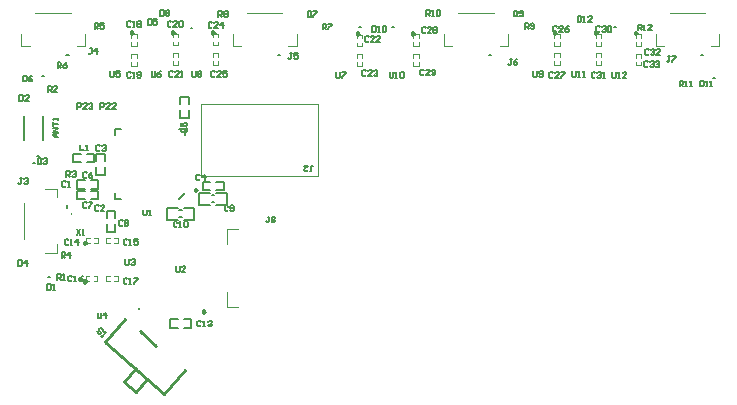
<source format=gto>
%FSTAX23Y23*%
%MOIN*%
%SFA1B1*%

%IPPOS*%
%ADD10C,0.007870*%
%ADD11C,0.003940*%
%ADD12C,0.009840*%
%ADD13C,0.003940*%
%ADD14C,0.010000*%
%ADD15C,0.005000*%
%ADD16C,0.004920*%
%ADD17C,0.010000*%
%ADD18C,0.006000*%
%LNdextrems_v1-1*%
%LPD*%
G54D10*
X00175Y-00159D02*
X00167D01*
X00175*
X00092Y-00229D02*
X00086D01*
X00092*
X02329Y-00234D02*
X02323D01*
X02329*
X02281Y-00159D02*
X02289D01*
X02281*
X01812Y-00069D02*
X01807D01*
X01812*
X00587Y-00067D02*
X00581D01*
X00587*
X01149Y-00066D02*
X01143D01*
X01149*
X00416Y-00066D02*
X0041D01*
X00416*
X00112Y-00897D02*
X00106D01*
X00112*
X00063Y-0052D02*
X00057D01*
X00063*
X01999Y-00066D02*
X01994D01*
X01999*
X01258D02*
X01252D01*
X01258*
X00077Y-00496D02*
X00069D01*
X00077*
X00168Y-00668D02*
Y-0066D01*
Y-00668*
X01584Y-00159D02*
X01577D01*
X01584*
X0088D02*
X00872D01*
X0088*
X00652Y-00649D02*
X0066D01*
X00652Y-00625D02*
X0066D01*
X00564Y-00424D02*
Y-00404D01*
X00544D02*
X00564D01*
X00328D02*
X00348D01*
X00328Y-00424D02*
Y-00404D01*
Y-0064D02*
Y-0062D01*
Y-0064D02*
X00348D01*
X00544D02*
X00564Y-0062D01*
X00544Y-00676D02*
X00552D01*
X00544Y-007D02*
X00552D01*
G54D11*
X00163Y-00982D03*
X00055Y-00304D03*
G54D12*
X00662Y-00084D02*
X00654Y-0008D01*
Y-00088*
X00662Y-00084*
X00628Y-01014D02*
X00621Y-0101D01*
Y-01019*
X00628Y-01014*
X01142Y-00087D02*
X01135Y-00082D01*
Y-00091*
X01142Y-00087*
X01328Y-00087D02*
X0132Y-00082D01*
Y-00091*
X01328Y-00087*
X00235Y-00913D02*
X00227Y-00909D01*
Y-00917*
X00235Y-00913*
X00235Y-00785D02*
X00227Y-00781D01*
Y-00789*
X00235Y-00785*
X00604Y-00609D02*
X00597Y-00604D01*
Y-00613*
X00604Y-00609*
X01936Y-00085D02*
X01929Y-0008D01*
Y-00089*
X01936Y-00085*
X0207Y-00086D02*
X02063Y-00082D01*
Y-0009*
X0207Y-00086*
X01799Y-00085D02*
X01791Y-0008D01*
Y-00089*
X01799Y-00085*
X00389Y-00085D02*
X00382Y-0008D01*
Y-00089*
X00389Y-00085*
X00528Y-00084D02*
X0052Y-0008D01*
Y-00088*
X00528Y-00084*
G54D13*
X00183Y-0069D02*
Y-00686D01*
Y-0069*
X00202Y-00128D02*
X0023D01*
Y-00089*
X00017Y-00128D02*
X00045D01*
X00017D02*
Y-00089D01*
X00064Y-00019D02*
X00183D01*
X02179D02*
X02297D01*
X02132Y-00128D02*
Y-00089D01*
Y-00128D02*
X02159D01*
X02344D02*
Y-00089D01*
X02317Y-00128D02*
X02344D01*
X00704Y-00999D02*
X00739D01*
X00704D02*
Y-00948D01*
Y-00739D02*
X00739D01*
X00704Y-0079D02*
Y-00739D01*
X00616Y-00322D02*
X01006D01*
Y-00562D02*
Y-00322D01*
X00616Y-00562D02*
X01006D01*
X00616D02*
Y-00322D01*
X00027Y-00771D02*
Y-00652D01*
X00097Y-00818D02*
X00136D01*
Y-0079*
X00097Y-00605D02*
X00136D01*
Y-00633D02*
Y-00605D01*
X01612Y-00128D02*
X01639D01*
Y-00089*
X01427Y-00128D02*
X01454D01*
X01427D02*
Y-00089D01*
X01474Y-00019D02*
X01592D01*
X00907Y-00128D02*
X00935D01*
Y-00089*
X00722Y-00128D02*
X0075D01*
X00722D02*
Y-00089D01*
X00769Y-00019D02*
X00887D01*
G54D14*
X00409Y-01006D03*
G54D15*
X00088Y-00441D02*
Y-00362D01*
X00025Y-00441D02*
Y-00362D01*
X0028Y-00338D02*
Y-00319D01*
X0029*
X00293Y-00322*
Y-00328*
X0029Y-00331*
X0028*
X00312Y-00338D02*
X00299D01*
X00312Y-00325*
Y-00322*
X00309Y-00319*
X00303*
X00299Y-00322*
X00331Y-00338D02*
X00318D01*
X00331Y-00325*
Y-00322*
X00328Y-00319*
X00322*
X00318Y-00322*
X00204Y-00337D02*
Y-00318D01*
X00213*
X00216Y-00321*
Y-00327*
X00213Y-00331*
X00204*
X00235Y-00337D02*
X00222D01*
X00235Y-00324*
Y-00321*
X00232Y-00318*
X00226*
X00222Y-00321*
X00241D02*
X00245Y-00318D01*
X00251*
X00254Y-00321*
Y-00324*
X00251Y-00327*
X00248*
X00251*
X00254Y-00331*
Y-00334*
X00251Y-00337*
X00245*
X00241Y-00334*
X00254Y-00136D02*
X00247D01*
X00251*
Y-00152*
X00247Y-00155*
X00244*
X00241Y-00152*
X0027Y-00155D02*
Y-00136D01*
X0026Y-00145*
X00273*
X00022Y-00227D02*
Y-00246D01*
X00032*
X00035Y-00243*
Y-0023*
X00032Y-00227*
X00022*
X00054D02*
X00047Y-0023D01*
X00041Y-00237*
Y-00243*
X00044Y-00246*
X00051*
X00054Y-00243*
Y-0024*
X00051Y-00237*
X00041*
X00135Y-00909D02*
Y-0089D01*
X00145*
X00148Y-00893*
Y-00899*
X00145Y-00903*
X00135*
X00142D02*
X00148Y-00909D01*
X00154D02*
X00161D01*
X00158*
Y-0089*
X00154Y-00893*
X00102Y-00923D02*
Y-00942D01*
X00112*
X00115Y-00939*
Y-00926*
X00112Y-00923*
X00102*
X00121Y-00942D02*
X00128D01*
X00125*
Y-00923*
X00121Y-00926*
X02211Y-00263D02*
Y-00244D01*
X0222*
X02223Y-00247*
Y-00254*
X0222Y-00257*
X02211*
X02217D02*
X02223Y-00263D01*
X0223D02*
X02236D01*
X02233*
Y-00244*
X0223Y-00247*
X02245Y-00263D02*
X02252D01*
X02249*
Y-00244*
X02245Y-00247*
X02279Y-00244D02*
Y-00263D01*
X02288*
X02291Y-0026*
Y-00247*
X02288Y-00244*
X02279*
X02298Y-00263D02*
X02304D01*
X02301*
Y-00244*
X02298Y-00247*
X02313Y-00263D02*
X0232D01*
X02317*
Y-00244*
X02313Y-00247*
X0218Y-00162D02*
X02174D01*
X02177*
Y-00178*
X02174Y-00181*
X02171*
X02168Y-00178*
X02187Y-00162D02*
X02199D01*
Y-00165*
X02187Y-00178*
Y-00181*
X01658Y-00011D02*
Y-0003D01*
X01667*
X0167Y-00027*
Y-00014*
X01667Y-00011*
X01658*
X01677Y-00027D02*
X0168Y-0003D01*
X01686*
X01689Y-00027*
Y-00014*
X01686Y-00011*
X0168*
X01677Y-00014*
Y-00017*
X0168Y-0002*
X01689*
X02072Y-00076D02*
Y-00057D01*
X02081*
X02085Y-0006*
Y-00066*
X02081Y-0007*
X02072*
X02078D02*
X02085Y-00076D01*
X02091D02*
X02097D01*
X02094*
Y-00057*
X02091Y-0006*
X02119Y-00076D02*
X02107D01*
X02119Y-00063*
Y-0006*
X02116Y-00057*
X0211*
X02107Y-0006*
X01366Y-00028D02*
Y-00009D01*
X01375*
X01378Y-00012*
Y-00018*
X01375Y-00021*
X01366*
X01372D02*
X01378Y-00028D01*
X01385D02*
X01391D01*
X01388*
Y-00009*
X01385Y-00012*
X01401D02*
X01404Y-00009D01*
X0141*
X01413Y-00012*
Y-00025*
X0141Y-00028*
X01404*
X01401Y-00025*
Y-00012*
X01695Y-00072D02*
Y-00053D01*
X01705*
X01708Y-00057*
Y-00063*
X01705Y-00066*
X01695*
X01702D02*
X01708Y-00072D01*
X01714Y-00069D02*
X01718Y-00072D01*
X01724*
X01727Y-00069*
Y-00057*
X01724Y-00053*
X01718*
X01714Y-00057*
Y-0006*
X01718Y-00063*
X01727*
X00673Y-00031D02*
Y-00012D01*
X00683*
X00686Y-00016*
Y-00022*
X00683Y-00025*
X00673*
X0068D02*
X00686Y-00031D01*
X00692Y-00016D02*
X00696Y-00012D01*
X00702*
X00705Y-00016*
Y-00019*
X00702Y-00022*
X00705Y-00025*
Y-00028*
X00702Y-00031*
X00696*
X00692Y-00028*
Y-00025*
X00696Y-00022*
X00692Y-00019*
Y-00016*
X00696Y-00022D02*
X00702D01*
X01021Y-00073D02*
Y-00054D01*
X0103*
X01033Y-00058*
Y-00064*
X0103Y-00067*
X01021*
X01027D02*
X01033Y-00073D01*
X0104Y-00054D02*
X01052D01*
Y-00058*
X0104Y-0007*
Y-00073*
X00138Y-00202D02*
Y-00183D01*
X00147*
X0015Y-00187*
Y-00193*
X00147Y-00196*
X00138*
X00144D02*
X0015Y-00202D01*
X00169Y-00183D02*
X00163Y-00187D01*
X00157Y-00193*
Y-00199*
X0016Y-00202*
X00166*
X00169Y-00199*
Y-00196*
X00166Y-00193*
X00157*
X00261Y-00071D02*
Y-00052D01*
X0027*
X00273Y-00055*
Y-00062*
X0027Y-00065*
X00261*
X00267D02*
X00273Y-00071D01*
X00292Y-00052D02*
X0028D01*
Y-00062*
X00286Y-00058*
X00289*
X00292Y-00062*
Y-00068*
X00289Y-00071*
X00283*
X0028Y-00068*
X00151Y-00835D02*
Y-00816D01*
X0016*
X00164Y-00819*
Y-00826*
X0016Y-00829*
X00151*
X00157D02*
X00164Y-00835D01*
X00179D02*
Y-00816D01*
X0017Y-00826*
X00183*
X00167Y-00565D02*
Y-00546D01*
X00176*
X00179Y-00549*
Y-00555*
X00176Y-00558*
X00167*
X00173D02*
X00179Y-00565D01*
X00186Y-00549D02*
X00189Y-00546D01*
X00195*
X00198Y-00549*
Y-00552*
X00195Y-00555*
X00192*
X00195*
X00198Y-00558*
Y-00562*
X00195Y-00565*
X00189*
X00186Y-00562*
X01871Y-00028D02*
Y-00047D01*
X0188*
X01883Y-00044*
Y-00031*
X0188Y-00028*
X01871*
X0189Y-00047D02*
X01896D01*
X01893*
Y-00028*
X0189Y-00031*
X01918Y-00047D02*
X01906D01*
X01918Y-00034*
Y-00031*
X01915Y-00028*
X01909*
X01906Y-00031*
X01186Y-00062D02*
Y-00081D01*
X01196*
X01199Y-00078*
Y-00065*
X01196Y-00062*
X01186*
X01205Y-00081D02*
X01211D01*
X01208*
Y-00062*
X01205Y-00065*
X01221D02*
X01224Y-00062D01*
X0123*
X01234Y-00065*
Y-00078*
X0123Y-00081*
X01224*
X01221Y-00078*
Y-00065*
X00479Y-00009D02*
Y-00028D01*
X00488*
X00491Y-00025*
Y-00012*
X00488Y-00009*
X00479*
X00498Y-00012D02*
X00501Y-00009D01*
X00507*
X0051Y-00012*
Y-00015*
X00507Y-00018*
X0051Y-00021*
Y-00025*
X00507Y-00028*
X00501*
X00498Y-00025*
Y-00021*
X00501Y-00018*
X00498Y-00015*
Y-00012*
X00501Y-00018D02*
X00507D01*
X00971Y-00012D02*
Y-00031D01*
X00981*
X00984Y-00028*
Y-00016*
X00981Y-00012*
X00971*
X0099D02*
X01003D01*
Y-00016*
X0099Y-00028*
Y-00031*
X00438Y-0004D02*
Y-00059D01*
X00448*
X00451Y-00056*
Y-00043*
X00448Y-0004*
X00438*
X0047D02*
X00457D01*
Y-0005*
X00463Y-00046*
X00467*
X0047Y-0005*
Y-00056*
X00467Y-00059*
X0046*
X00457Y-00056*
X00007Y-00842D02*
Y-00861D01*
X00016*
X00019Y-00858*
Y-00845*
X00016Y-00842*
X00007*
X00035Y-00861D02*
Y-00842D01*
X00026Y-00852*
X00038*
X00071Y-00503D02*
Y-00522D01*
X00081*
X00084Y-00519*
Y-00506*
X00081Y-00503*
X00071*
X0009Y-00506D02*
X00093Y-00503D01*
X001*
X00103Y-00506*
Y-00509*
X001Y-00512*
X00097*
X001*
X00103Y-00515*
Y-00519*
X001Y-00522*
X00093*
X0009Y-00519*
X00844Y-00697D02*
X00838D01*
X00841*
Y-00713*
X00838Y-00716*
X00835*
X00832Y-00713*
X00851Y-007D02*
X00854Y-00697D01*
X0086*
X00863Y-007*
Y-00703*
X0086Y-00707*
X00863Y-0071*
Y-00713*
X0086Y-00716*
X00854*
X00851Y-00713*
Y-0071*
X00854Y-00707*
X00851Y-00703*
Y-007*
X00854Y-00707D02*
X0086D01*
X01651Y-00172D02*
X01645D01*
X01648*
Y-00188*
X01645Y-00191*
X01642*
X01639Y-00188*
X0167Y-00172D02*
X01664Y-00175D01*
X01658Y-00182*
Y-00188*
X01661Y-00191*
X01667*
X0167Y-00188*
Y-00185*
X01667Y-00182*
X01658*
X00919Y-00152D02*
X00913D01*
X00916*
Y-00168*
X00913Y-00171*
X0091*
X00907Y-00168*
X00938Y-00152D02*
X00926D01*
Y-00161*
X00932Y-00158*
X00935*
X00938Y-00161*
Y-00168*
X00935Y-00171*
X00929*
X00926Y-00168*
X00019Y-00568D02*
X00013D01*
X00016*
Y-00584*
X00013Y-00587*
X0001*
X00007Y-00584*
X00026Y-00571D02*
X00029Y-00568D01*
X00035*
X00038Y-00571*
Y-00574*
X00035Y-00577*
X00032*
X00035*
X00038Y-0058*
Y-00584*
X00035Y-00587*
X00029*
X00026Y-00584*
X02106Y-00181D02*
X02103Y-00178D01*
X02096*
X02093Y-00181*
Y-00194*
X02096Y-00197*
X02103*
X02106Y-00194*
X02112Y-00181D02*
X02115Y-00178D01*
X02122*
X02125Y-00181*
Y-00184*
X02122Y-00187*
X02119*
X02122*
X02125Y-0019*
Y-00194*
X02122Y-00197*
X02115*
X02112Y-00194*
X02131Y-00181D02*
X02134Y-00178D01*
X02141*
X02144Y-00181*
Y-00184*
X02141Y-00187*
X02137*
X02141*
X02144Y-0019*
Y-00194*
X02141Y-00197*
X02134*
X02131Y-00194*
X02108Y-00142D02*
X02105Y-00139D01*
X02099*
X02096Y-00142*
Y-00155*
X02099Y-00158*
X02105*
X02108Y-00155*
X02115Y-00142D02*
X02118Y-00139D01*
X02124*
X02127Y-00142*
Y-00145*
X02124Y-00149*
X02121*
X02124*
X02127Y-00152*
Y-00155*
X02124Y-00158*
X02118*
X02115Y-00155*
X02146Y-00158D02*
X02134D01*
X02146Y-00145*
Y-00142*
X02143Y-00139*
X02137*
X02134Y-00142*
X01359Y-0021D02*
X01356Y-00207D01*
X0135*
X01347Y-0021*
Y-00223*
X0135Y-00226*
X01356*
X01359Y-00223*
X01378Y-00226D02*
X01366D01*
X01378Y-00213*
Y-0021*
X01375Y-00207*
X01369*
X01366Y-0021*
X01385Y-00223D02*
X01388Y-00226D01*
X01394*
X01397Y-00223*
Y-0021*
X01394Y-00207*
X01388*
X01385Y-0021*
Y-00213*
X01388Y-00217*
X01397*
X01365Y-00069D02*
X01362Y-00065D01*
X01355*
X01352Y-00069*
Y-00081*
X01355Y-00084*
X01362*
X01365Y-00081*
X01384Y-00084D02*
X01371D01*
X01384Y-00072*
Y-00069*
X01381Y-00065*
X01374*
X01371Y-00069*
X0139D02*
X01393Y-00065D01*
X014*
X01403Y-00069*
Y-00072*
X014Y-00075*
X01403Y-00078*
Y-00081*
X014Y-00084*
X01393*
X0139Y-00081*
Y-00078*
X01393Y-00075*
X0139Y-00072*
Y-00069*
X01393Y-00075D02*
X014D01*
X00663Y-00215D02*
X0066Y-00212D01*
X00654*
X0065Y-00215*
Y-00228*
X00654Y-00231*
X0066*
X00663Y-00228*
X00682Y-00231D02*
X00669D01*
X00682Y-00218*
Y-00215*
X00679Y-00212*
X00673*
X00669Y-00215*
X00701Y-00212D02*
X00688D01*
Y-00222*
X00695Y-00218*
X00698*
X00701Y-00222*
Y-00228*
X00698Y-00231*
X00692*
X00688Y-00228*
X00653Y-00052D02*
X0065Y-00049D01*
X00644*
X00641Y-00052*
Y-00064*
X00644Y-00068*
X0065*
X00653Y-00064*
X00672Y-00068D02*
X0066D01*
X00672Y-00055*
Y-00052*
X00669Y-00049*
X00663*
X0066Y-00052*
X00688Y-00068D02*
Y-00049D01*
X00679Y-00058*
X00691*
X00522Y-00215D02*
X00519Y-00212D01*
X00513*
X00509Y-00215*
Y-00228*
X00513Y-00231*
X00519*
X00522Y-00228*
X00541Y-00231D02*
X00528D01*
X00541Y-00218*
Y-00215*
X00538Y-00212*
X00532*
X00528Y-00215*
X00547Y-00231D02*
X00554D01*
X00551*
Y-00212*
X00547Y-00215*
X00517Y-00049D02*
X00514Y-00046D01*
X00508*
X00505Y-00049*
Y-00062*
X00508Y-00065*
X00514*
X00517Y-00062*
X00536Y-00065D02*
X00524D01*
X00536Y-00053*
Y-00049*
X00533Y-00046*
X00527*
X00524Y-00049*
X00543D02*
X00546Y-00046D01*
X00552*
X00555Y-00049*
Y-00062*
X00552Y-00065*
X00546*
X00543Y-00062*
Y-00049*
X0037Y-00906D02*
X00367Y-00903D01*
X00361*
X00358Y-00906*
Y-00919*
X00361Y-00922*
X00367*
X0037Y-00919*
X00377Y-00922D02*
X00383D01*
X0038*
Y-00903*
X00377Y-00906*
X00392Y-00903D02*
X00405D01*
Y-00906*
X00392Y-00919*
Y-00922*
X00186Y-00898D02*
X00183Y-00894D01*
X00177*
X00174Y-00898*
Y-0091*
X00177Y-00913*
X00183*
X00186Y-0091*
X00193Y-00913D02*
X00199D01*
X00196*
Y-00894*
X00193Y-00898*
X00221Y-00894D02*
X00215Y-00898D01*
X00209Y-00904*
Y-0091*
X00212Y-00913*
X00218*
X00221Y-0091*
Y-00907*
X00218Y-00904*
X00209*
X00276Y-00663D02*
X00272Y-0066D01*
X00266*
X00263Y-00663*
Y-00676*
X00266Y-00679*
X00272*
X00276Y-00676*
X00294Y-00679D02*
X00282D01*
X00294Y-00666*
Y-00663*
X00291Y-0066*
X00285*
X00282Y-00663*
X00202Y-00739D02*
X00214Y-00758D01*
Y-00739D02*
X00202Y-00758D01*
X00221D02*
X00227D01*
X00224*
Y-00739*
X00221Y-00742*
X01987Y-00215D02*
Y-00231D01*
X0199Y-00234*
X01996*
X01999Y-00231*
Y-00215*
X02006Y-00234D02*
X02012D01*
X02009*
Y-00215*
X02006Y-00218*
X02034Y-00234D02*
X02021D01*
X02034Y-00222*
Y-00218*
X02031Y-00215*
X02025*
X02021Y-00218*
X01854Y-00213D02*
Y-00229D01*
X01857Y-00232*
X01863*
X01867Y-00229*
Y-00213*
X01873Y-00232D02*
X01879D01*
X01876*
Y-00213*
X01873Y-00216*
X01889Y-00232D02*
X01895D01*
X01892*
Y-00213*
X01889Y-00216*
X01245Y-00215D02*
Y-00231D01*
X01248Y-00234*
X01254*
X01257Y-00231*
Y-00215*
X01264Y-00234D02*
X0127D01*
X01267*
Y-00215*
X01264Y-00218*
X0128D02*
X01283Y-00215D01*
X01289*
X01292Y-00218*
Y-00231*
X01289Y-00234*
X01283*
X0128Y-00231*
Y-00218*
X01723Y-00213D02*
Y-00229D01*
X01726Y-00232*
X01732*
X01736Y-00229*
Y-00213*
X01742Y-00229D02*
X01745Y-00232D01*
X01751*
X01755Y-00229*
Y-00216*
X01751Y-00213*
X01745*
X01742Y-00216*
Y-0022*
X01745Y-00223*
X01755*
X00586Y-00212D02*
Y-00228D01*
X00589Y-00231*
X00595*
X00598Y-00228*
Y-00212*
X00605Y-00215D02*
X00608Y-00212D01*
X00614*
X00617Y-00215*
Y-00218*
X00614Y-00221*
X00617Y-00224*
Y-00228*
X00614Y-00231*
X00608*
X00605Y-00228*
Y-00224*
X00608Y-00221*
X00605Y-00218*
Y-00215*
X00608Y-00221D02*
X00614D01*
X01066Y-00215D02*
Y-00231D01*
X01069Y-00234*
X01076*
X01079Y-00231*
Y-00215*
X01085D02*
X01098D01*
Y-00218*
X01085Y-00231*
Y-00234*
X00451Y-00212D02*
Y-00228D01*
X00454Y-00231*
X00461*
X00464Y-00228*
Y-00212*
X00483D02*
X00477Y-00215D01*
X0047Y-00221*
Y-00228*
X00473Y-00231*
X0048*
X00483Y-00228*
Y-00224*
X0048Y-00221*
X0047*
X00313Y-00212D02*
Y-00228D01*
X00316Y-00231*
X00323*
X00326Y-00228*
Y-00212*
X00345D02*
X00332D01*
Y-00221*
X00339Y-00218*
X00342*
X00345Y-00221*
Y-00228*
X00342Y-00231*
X00335*
X00332Y-00228*
X00271Y-01017D02*
Y-01033D01*
X00274Y-01036*
X00281*
X00284Y-01033*
Y-01017*
X003Y-01036D02*
Y-01017D01*
X0029Y-01026*
X00303*
X00364Y-0084D02*
Y-00855D01*
X00367Y-00859*
X00374*
X00377Y-00855*
Y-0084*
X00383Y-00843D02*
X00386Y-0084D01*
X00393*
X00396Y-00843*
Y-00846*
X00393Y-00849*
X00389*
X00393*
X00396Y-00852*
Y-00855*
X00393Y-00859*
X00386*
X00383Y-00855*
X00533Y-00862D02*
Y-00878D01*
X00536Y-00881*
X00542*
X00545Y-00878*
Y-00862*
X00564Y-00881D02*
X00552D01*
X00564Y-00868*
Y-00865*
X00561Y-00862*
X00555*
X00552Y-00865*
X00288Y-01079D02*
X00288Y-01074D01*
X00283Y-0107*
X00279Y-0107*
X00277Y-01073*
X00277Y-01077*
X00282Y-01081*
X00282Y-01086*
X0028Y-01088*
X00276Y-01089*
X00271Y-01084*
X0027Y-0108*
X00283Y-01095D02*
X00287Y-01099D01*
X00285Y-01097*
X00298Y-01083*
X00293Y-01083*
X00105Y-00281D02*
Y-00262D01*
X00114*
X00118Y-00265*
Y-00272*
X00114Y-00275*
X00105*
X00111D02*
X00118Y-00281D01*
X00137D02*
X00124D01*
X00137Y-00268*
Y-00265*
X00133Y-00262*
X00127*
X00124Y-00265*
X00978Y-00546D02*
X00984D01*
X00981*
Y-0053*
X00984Y-00527*
X00987*
X0099Y-0053*
X00959Y-00527D02*
X00971D01*
X00959Y-0054*
Y-00543*
X00962Y-00546*
X00968*
X00971Y-00543*
X0001Y-00293D02*
Y-00312D01*
X00019*
X00023Y-00309*
Y-00296*
X00019Y-00293*
X0001*
X00042Y-00312D02*
X00029D01*
X00042Y-00299*
Y-00296*
X00038Y-00293*
X00032*
X00029Y-00296*
X0193Y-00219D02*
X01927Y-00216D01*
X01921*
X01918Y-00219*
Y-00232*
X01921Y-00235*
X01927*
X0193Y-00232*
X01937Y-00219D02*
X0194Y-00216D01*
X01946*
X01949Y-00219*
Y-00222*
X01946Y-00226*
X01943*
X01946*
X01949Y-00229*
Y-00232*
X01946Y-00235*
X0194*
X01937Y-00232*
X01956Y-00235D02*
X01962D01*
X01959*
Y-00216*
X01956Y-00219*
X01946Y-00065D02*
X01943Y-00062D01*
X01936*
X01933Y-00065*
Y-00078*
X01936Y-00081*
X01943*
X01946Y-00078*
X01952Y-00065D02*
X01955Y-00062D01*
X01962*
X01965Y-00065*
Y-00068*
X01962Y-00072*
X01959*
X01962*
X01965Y-00075*
Y-00078*
X01962Y-00081*
X01955*
X01952Y-00078*
X01971Y-00065D02*
X01974Y-00062D01*
X01981*
X01984Y-00065*
Y-00078*
X01981Y-00081*
X01974*
X01971Y-00078*
Y-00065*
X0179Y-00219D02*
X01786Y-00216D01*
X0178*
X01777Y-00219*
Y-00232*
X0178Y-00235*
X01786*
X0179Y-00232*
X01809Y-00235D02*
X01796D01*
X01809Y-00222*
Y-00219*
X01805Y-00216*
X01799*
X01796Y-00219*
X01815Y-00216D02*
X01828D01*
Y-00219*
X01815Y-00232*
Y-00235*
X01803Y-00065D02*
X018Y-00062D01*
X01793*
X0179Y-00065*
Y-00078*
X01793Y-00081*
X018*
X01803Y-00078*
X01822Y-00081D02*
X01809D01*
X01822Y-00069*
Y-00065*
X01819Y-00062*
X01812*
X01809Y-00065*
X01841Y-00062D02*
X01834Y-00065D01*
X01828Y-00072*
Y-00078*
X01831Y-00081*
X01838*
X01841Y-00078*
Y-00075*
X01838Y-00072*
X01828*
X01166Y-00211D02*
X01163Y-00208D01*
X01157*
X01154Y-00211*
Y-00224*
X01157Y-00227*
X01163*
X01166Y-00224*
X01185Y-00227D02*
X01173D01*
X01185Y-00214*
Y-00211*
X01182Y-00208*
X01176*
X01173Y-00211*
X01192D02*
X01195Y-00208D01*
X01201*
X01204Y-00211*
Y-00214*
X01201Y-00218*
X01198*
X01201*
X01204Y-00221*
Y-00224*
X01201Y-00227*
X01195*
X01192Y-00224*
X01175Y-00099D02*
X01172Y-00096D01*
X01165*
X01162Y-00099*
Y-00112*
X01165Y-00115*
X01172*
X01175Y-00112*
X01194Y-00115D02*
X01181D01*
X01194Y-00102*
Y-00099*
X01191Y-00096*
X01184*
X01181Y-00099*
X01213Y-00115D02*
X012D01*
X01213Y-00102*
Y-00099*
X0121Y-00096*
X01203*
X012Y-00099*
X00381Y-00218D02*
X00378Y-00215D01*
X00372*
X00369Y-00218*
Y-0023*
X00372Y-00234*
X00378*
X00381Y-0023*
X00388Y-00234D02*
X00394D01*
X00391*
Y-00215*
X00388Y-00218*
X00403Y-0023D02*
X00407Y-00234D01*
X00413*
X00416Y-0023*
Y-00218*
X00413Y-00215*
X00407*
X00403Y-00218*
Y-00221*
X00407Y-00224*
X00416*
X00381Y-00049D02*
X00378Y-00045D01*
X00372*
X00369Y-00049*
Y-00061*
X00372Y-00064*
X00378*
X00381Y-00061*
X00388Y-00064D02*
X00394D01*
X00391*
Y-00045*
X00388Y-00049*
X00403D02*
X00407Y-00045D01*
X00413*
X00416Y-00049*
Y-00052*
X00413Y-00055*
X00416Y-00058*
Y-00061*
X00413Y-00064*
X00407*
X00403Y-00061*
Y-00058*
X00407Y-00055*
X00403Y-00052*
Y-00049*
X00407Y-00055D02*
X00413D01*
X0037Y-00775D02*
X00367Y-00772D01*
X00361*
X00358Y-00775*
Y-00788*
X00361Y-00791*
X00367*
X0037Y-00788*
X00377Y-00791D02*
X00383D01*
X0038*
Y-00772*
X00377Y-00775*
X00405Y-00772D02*
X00392D01*
Y-00781*
X00399Y-00778*
X00402*
X00405Y-00781*
Y-00788*
X00402Y-00791*
X00396*
X00392Y-00788*
X00174Y-00775D02*
X00171Y-00772D01*
X00165*
X00162Y-00775*
Y-00788*
X00165Y-00791*
X00171*
X00174Y-00788*
X00181Y-00791D02*
X00187D01*
X00184*
Y-00772*
X00181Y-00775*
X00206Y-00791D02*
Y-00772D01*
X00197Y-00781*
X00209*
X00616Y-01047D02*
X00613Y-01044D01*
X00607*
X00603Y-01047*
Y-0106*
X00607Y-01063*
X00613*
X00616Y-0106*
X00622Y-01063D02*
X00629D01*
X00626*
Y-01044*
X00622Y-01047*
X00638D02*
X00641Y-01044D01*
X00648*
X00651Y-01047*
Y-0105*
X00648Y-01054*
X00645*
X00648*
X00651Y-01057*
Y-0106*
X00648Y-01063*
X00641*
X00638Y-0106*
X0014Y-00433D02*
X00128D01*
X00121Y-00426*
X00128Y-0042*
X0014*
X00131*
Y-00433*
X0014Y-00414D02*
X00121D01*
X0014Y-00401*
X00121*
Y-00395D02*
Y-00382D01*
Y-00388*
X0014*
Y-00376D02*
Y-0037D01*
Y-00373*
X00121*
X00125Y-00376*
X00537Y-00717D02*
X00534Y-00713D01*
X00528*
X00525Y-00717*
Y-00729*
X00528Y-00732*
X00534*
X00537Y-00729*
X00544Y-00732D02*
X0055D01*
X00547*
Y-00713*
X00544Y-00717*
X00559D02*
X00562Y-00713D01*
X00569*
X00572Y-00717*
Y-00729*
X00569Y-00732*
X00562*
X00559Y-00729*
Y-00717*
X00279Y-00462D02*
X00276Y-00459D01*
X00269*
X00266Y-00462*
Y-00475*
X00269Y-00478*
X00276*
X00279Y-00475*
X00285Y-00462D02*
X00288Y-00459D01*
X00295*
X00298Y-00462*
Y-00465*
X00295Y-00468*
X00291*
X00295*
X00298Y-00472*
Y-00475*
X00295Y-00478*
X00288*
X00285Y-00475*
X00213Y-00457D02*
Y-00476D01*
X00225*
X00232D02*
X00238D01*
X00235*
Y-00457*
X00232Y-00461*
X00423Y-00674D02*
Y-0069D01*
X00426Y-00693*
X00432*
X00436Y-0069*
Y-00674*
X00442Y-00693D02*
X00448D01*
X00445*
Y-00674*
X00442Y-00678*
X00235Y-00552D02*
X00232Y-00549D01*
X00226*
X00223Y-00552*
Y-00564*
X00226Y-00568*
X00232*
X00235Y-00564*
X00254Y-00549D02*
X00248Y-00552D01*
X00241Y-00558*
Y-00564*
X00245Y-00568*
X00251*
X00254Y-00564*
Y-00561*
X00251Y-00558*
X00241*
X00707Y-00664D02*
X00704Y-0066D01*
X00698*
X00695Y-00664*
Y-00676*
X00698Y-00679*
X00704*
X00707Y-00676*
X00714D02*
X00717Y-00679D01*
X00723*
X00726Y-00676*
Y-00664*
X00723Y-0066*
X00717*
X00714Y-00664*
Y-00667*
X00717Y-0067*
X00726*
X00355Y-00713D02*
X00351Y-0071D01*
X00345*
X00342Y-00713*
Y-00726*
X00345Y-00729*
X00351*
X00355Y-00726*
X00361Y-00713D02*
X00364Y-0071D01*
X0037*
X00374Y-00713*
Y-00717*
X0037Y-0072*
X00374Y-00723*
Y-00726*
X0037Y-00729*
X00364*
X00361Y-00726*
Y-00723*
X00364Y-0072*
X00361Y-00717*
Y-00713*
X00364Y-0072D02*
X0037D01*
X00166Y-00582D02*
X00163Y-00579D01*
X00157*
X00154Y-00582*
Y-00595*
X00157Y-00598*
X00163*
X00166Y-00595*
X00172Y-00598D02*
X00179D01*
X00176*
Y-00579*
X00172Y-00582*
X00235Y-00651D02*
X00232Y-00648D01*
X00226*
X00223Y-00651*
Y-00664*
X00226Y-00667*
X00232*
X00235Y-00664*
X00241Y-00648D02*
X00254D01*
Y-00651*
X00241Y-00664*
Y-00667*
X00552Y-00402D02*
X00549Y-00406D01*
Y-00412*
X00552Y-00415*
X00565*
X00568Y-00412*
Y-00406*
X00565Y-00402*
X00549Y-00384D02*
Y-00396D01*
X00559*
X00555Y-0039*
Y-00387*
X00559Y-00384*
X00565*
X00568Y-00387*
Y-00393*
X00565Y-00396*
X00612Y-0056D02*
X00609Y-00557D01*
X00603*
X006Y-0056*
Y-00572*
X00603Y-00576*
X00609*
X00612Y-00572*
X00628Y-00576D02*
Y-00557D01*
X00619Y-00566*
X00631*
G54D16*
X00657Y-001D02*
Y-00088D01*
X00674*
Y-001D02*
Y-00088D01*
X00657Y-00126D02*
Y-00114D01*
X00674Y-00126D02*
Y-00114D01*
X00657Y-00126D02*
X00674D01*
Y-00191D02*
Y-00179D01*
X00657Y-00191D02*
X00674D01*
X00657D02*
Y-00179D01*
X00674Y-00165D02*
Y-00152D01*
X00657Y-00165D02*
Y-00152D01*
X00674*
X00231Y-00913D02*
X00244D01*
X00231D02*
Y-00895D01*
X00244*
X00258Y-00913D02*
X0027D01*
X00258Y-00895D02*
X0027D01*
Y-00913D02*
Y-00895D01*
X00326D02*
X00339D01*
Y-00913D02*
Y-00895D01*
X00326Y-00913D02*
X00339D01*
X003Y-00895D02*
X00312D01*
X003Y-00913D02*
X00312D01*
X003D02*
Y-00895D01*
X01137Y-00156D02*
X01154D01*
X01137Y-00168D02*
Y-00156D01*
X01154Y-00168D02*
Y-00156D01*
X01137Y-00194D02*
Y-00182D01*
Y-00194D02*
X01154D01*
Y-00182*
X01137Y-00103D02*
Y-00091D01*
X01154*
Y-00103D02*
Y-00091D01*
X01137Y-0013D02*
Y-00117D01*
X01154Y-0013D02*
Y-00117D01*
X01137Y-0013D02*
X01154D01*
X01323Y-00129D02*
X01341D01*
Y-00116*
X01323Y-00129D02*
Y-00116D01*
X01341Y-00103D02*
Y-0009D01*
X01323D02*
X01341D01*
X01323Y-00103D02*
Y-0009D01*
X00233Y-00785D02*
X00245D01*
X00233D02*
Y-00768D01*
X00245*
X00259Y-00785D02*
X00271D01*
X00259Y-00768D02*
X00271D01*
Y-00785D02*
Y-00768D01*
X00326D02*
X00338D01*
Y-00785D02*
Y-00768D01*
X00326Y-00785D02*
X00338D01*
X003Y-00768D02*
X00312D01*
X003Y-00785D02*
X00312D01*
X003D02*
Y-00768D01*
X00523Y-001D02*
Y-00087D01*
X0054*
Y-001D02*
Y-00087D01*
X00523Y-00126D02*
Y-00114D01*
X0054Y-00126D02*
Y-00114D01*
X00523Y-00126D02*
X0054D01*
X02066Y-00128D02*
X02084D01*
Y-00116*
X02066Y-00128D02*
Y-00116D01*
X02084Y-00102D02*
Y-0009D01*
X02066D02*
X02084D01*
X02066Y-00102D02*
Y-0009D01*
X0054Y-00191D02*
Y-00178D01*
X00523Y-00191D02*
X0054D01*
X00523D02*
Y-00178D01*
X0054Y-00165D02*
Y-00152D01*
X00523Y-00165D02*
Y-00152D01*
X0054*
X01341Y-00194D02*
Y-00181D01*
X01323Y-00194D02*
X01341D01*
X01323D02*
Y-00181D01*
X01341Y-00167D02*
Y-00155D01*
X01323Y-00167D02*
Y-00155D01*
X01341*
X02084Y-00193D02*
Y-00181D01*
X02066Y-00193D02*
X02084D01*
X02066D02*
Y-00181D01*
X02084Y-00167D02*
Y-00154D01*
X02066Y-00167D02*
Y-00154D01*
X02084*
X01794Y-00127D02*
X01811D01*
Y-00115*
X01794Y-00127D02*
Y-00115D01*
X01811Y-00101D02*
Y-00088D01*
X01794D02*
X01811D01*
X01794Y-00101D02*
Y-00088D01*
X01931Y-00127D02*
X01949D01*
Y-00115*
X01931Y-00127D02*
Y-00115D01*
X01949Y-00101D02*
Y-00088D01*
X01931D02*
X01949D01*
X01931Y-00101D02*
Y-00088D01*
X01949Y-00192D02*
Y-00179D01*
X01931Y-00192D02*
X01949D01*
X01931D02*
Y-00179D01*
X01949Y-00166D02*
Y-00153D01*
X01931Y-00166D02*
Y-00153D01*
X01949*
X01811Y-00192D02*
Y-0018D01*
X01794Y-00192D02*
X01811D01*
X01794D02*
Y-0018D01*
X01811Y-00166D02*
Y-00153D01*
X01794Y-00166D02*
Y-00153D01*
X01811*
X00384Y-00101D02*
Y-00089D01*
X00401*
Y-00101D02*
Y-00089D01*
X00384Y-00128D02*
Y-00115D01*
X00401Y-00128D02*
Y-00115D01*
X00384Y-00128D02*
X00401D01*
X00402Y-00194D02*
Y-00181D01*
X00384Y-00194D02*
X00402D01*
X00384D02*
Y-00181D01*
X00402Y-00168D02*
Y-00155D01*
X00384Y-00168D02*
Y-00155D01*
X00402*
G54D17*
X00494Y-01288D02*
X00561Y-0121D01*
X00295Y-01114D02*
X00494Y-01288D01*
X00295Y-01114D02*
X00363Y-01037D01*
X00359Y-01248D02*
X00398Y-01203D01*
X00359Y-01248D02*
X00398Y-01282D01*
X00436Y-01237*
X00412Y-0108D02*
X00466Y-01128D01*
G54D18*
X00513Y-01067D02*
Y-0104D01*
X00584Y-01067D02*
Y-0104D01*
X00558Y-01067D02*
X00584D01*
X00513D02*
X00539D01*
X00558Y-0104D02*
X00584D01*
X00513D02*
X00539D01*
X00301Y-00747D02*
X00328D01*
X00301Y-00677D02*
X00328D01*
Y-00702D02*
Y-00677D01*
Y-00747D02*
Y-00722D01*
X00301Y-00702D02*
Y-00677D01*
Y-00747D02*
Y-00722D01*
X00203Y-00611D02*
X00228D01*
X00248D02*
X00273D01*
X00203Y-00639D02*
X00228D01*
X00248D02*
X00273D01*
Y-00611*
X00203Y-00639D02*
Y-00611D01*
X00248Y-00604D02*
X00273D01*
X00203D02*
X00228D01*
X00248Y-00576D02*
X00273D01*
X00203D02*
X00228D01*
X00203Y-00604D02*
Y-00576D01*
X00273Y-00604D02*
Y-00576D01*
X0019Y-00516D02*
Y-00488D01*
X0026Y-00516D02*
Y-00488D01*
X00235Y-00516D02*
X0026D01*
X0019D02*
X00215D01*
X00235Y-00488D02*
X0026D01*
X0019D02*
X00215D01*
X00295Y-00512D02*
Y-00487D01*
Y-00558D02*
Y-00532D01*
X00267Y-00512D02*
Y-00487D01*
Y-00558D02*
Y-00532D01*
Y-00558D02*
X00295D01*
X00267Y-00487D02*
X00295D01*
X00666Y-00657D02*
X00702D01*
X0061D02*
X00646D01*
X00666Y-00617D02*
X00702D01*
X0061D02*
X00646D01*
X0061Y-00657D02*
Y-00617D01*
X00702Y-00657D02*
Y-00617D01*
X00666Y-0061D02*
X00691D01*
X00621D02*
X00646D01*
X00666Y-00582D02*
X00691D01*
X00621D02*
X00646D01*
X00621Y-0061D02*
Y-00582D01*
X00691Y-0061D02*
Y-00582D01*
X00502Y-00668D02*
X00538D01*
X00558D02*
X00594D01*
X00502Y-00708D02*
X00538D01*
X00558D02*
X00594D01*
Y-00668*
X00502Y-00708D02*
Y-00668D01*
X00575Y-00323D02*
Y-00298D01*
Y-00369D02*
Y-00343D01*
X00547Y-00323D02*
Y-00298D01*
Y-00369D02*
Y-00343D01*
Y-00369D02*
X00575D01*
X00547Y-00298D02*
X00575D01*
M02*
</source>
